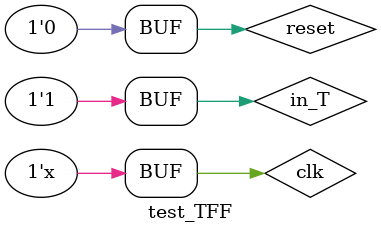
<source format=v>
`timescale 1ns / 1ps


module test_TFF;

	// Inputs
	reg in_T;
	reg clk;
	reg reset;

	// Outputs
	wire out_Q;
	wire out_QBar;

	// Instantiate the Unit Under Test (UUT)
	TFF uut (
		.in_T(in_T), 
		.clk(clk), 
		.reset(reset), 
		.out_Q(out_Q), 
		.out_QBar(out_QBar)
	);

	initial begin
		// Initialize Inputs
		in_T = 1;
		clk = 0;
		reset = 0;

		// Wait 100 ns for global reset to finish
		#100;
        
		// Add stimulus here

	end
	
	always begin
		#10 clk = ~clk;
	end
	
	always begin
		#100 reset = 1'b1;
		#1 reset = 1'b0;
	end
      
endmodule


</source>
